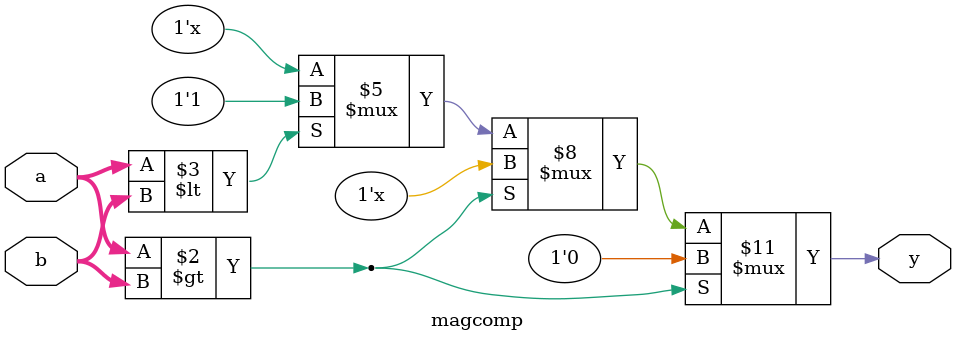
<source format=v>
module magcomp (input [3:0] a, b, 
                output reg y);
  
  always @(*) begin 
    if (a > b) 
      y = 1'b0; 
    else if (a < b) 
      y = 1'b1; 
    else 
      y = 1'bx;
  end 
endmodule 
      

</source>
